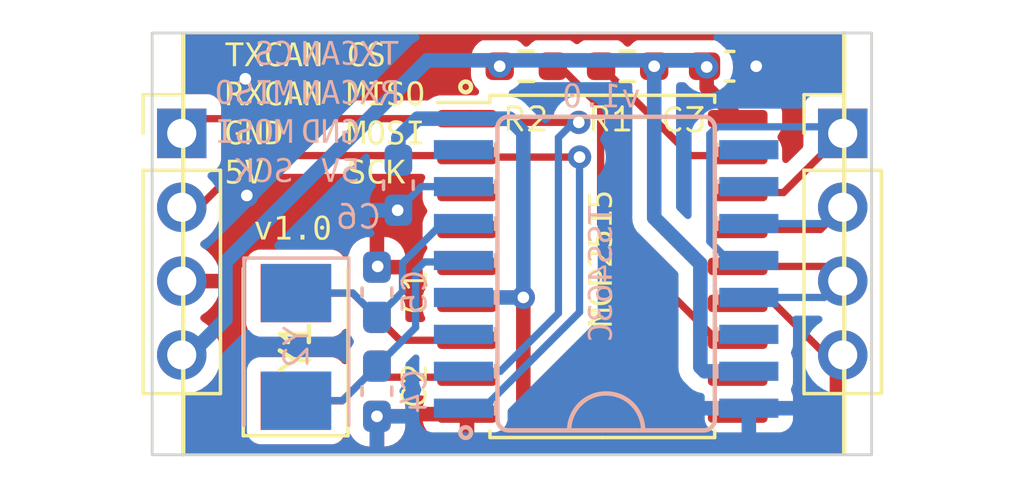
<source format=kicad_pcb>
(kicad_pcb (version 20221018) (generator pcbnew)
  (layers (0 "F.Cu" signal) (31 "B.Cu" signal) (34 "B.Paste" user) (35 "F.Paste" user) (36 "B.SilkS" user "B.Silkscreen") (37 "F.SilkS" user "F.Silkscreen") (38 "B.Mask" user) (39 "F.Mask" user) (44 "Edge.Cuts" user))
  (net 0 "")
  (net 1 "Net-(U1-OSC2)")
  (net 2 "GNDD")
  (net 3 "Net-(U1-OSC1)")
  (net 4 "5V")
  (net 5 "Net-(U1-~{RESET})")
  (net 6 "/IRQ")
  (net 7 "/TXCAN")
  (net 8 "/RXCAN")
  (net 15 "/SCK")
  (net 16 "/MOSI")
  (net 17 "/MISO")
  (net 18 "/CS")
  (net 19 "Net-(U2-XTAL1)")
  (net 20 "Net-(U2-XTAL2)")
  (footprint "Resistor_SMD:R_0603_1608Metric_Pad0.98x0.95mm_HandSolder" (layer "F.Cu") (at 107.7225 52.5018)
    (fp_text reference "R1" (at -0.5842 1.8288) (layer "F.SilkS") (effects (font (size 0.8 0.8) (thickness 0.1))))
    (fp_text value "10K")
    (fp_line (start -0.254724 -0.5225) (end 0.254724 -0.5225) (stroke (width 0.12)) (layer "F.SilkS"))
    (fp_line (start -0.254724 0.5225) (end 0.254724 0.5225) (stroke (width 0.12)) (layer "F.SilkS"))
    (pad "1" smd roundrect (at -0.9125 0) (size 0.975 0.95) (layers "F.Cu" "F.Paste" "F.Mask") (net 5 "Net-(U1-~{RESET})"))
    (pad "2" smd roundrect (at 0.9125 0) (size 0.975 0.95) (layers "F.Cu" "F.Paste" "F.Mask") (net 4 "5V"))
  )
  (footprint "Connector_PinHeader_2.54mm:PinHeader_1x04_P2.54mm_Vertical" (layer "F.Cu") (at 92.4052 54.8105)
    (fp_text reference "J1" hide)
    (fp_text value "Conn_01x04_Pin")
    (fp_line (start -1.33 -1.33) (end 0 -1.33) (stroke (width 0.12)) (layer "F.SilkS"))
    (fp_line (start -1.33 0) (end -1.33 -1.33) (stroke (width 0.12)) (layer "F.SilkS"))
    (fp_line (start -1.33 1.27) (end -1.33 8.95) (stroke (width 0.12)) (layer "F.SilkS"))
    (fp_line (start -1.33 1.27) (end 1.33 1.27) (stroke (width 0.12)) (layer "F.SilkS"))
    (fp_line (start -1.33 8.95) (end 1.33 8.95) (stroke (width 0.12)) (layer "F.SilkS"))
    (fp_line (start 1.33 1.27) (end 1.33 8.95) (stroke (width 0.12)) (layer "F.SilkS"))
    (pad "1" thru_hole rect (at 0 0) (size 1.7 1.7) (drill 1) (layers "*.Cu" "*.Mask") (net 7 "/TXCAN"))
    (pad "2" thru_hole oval (at 0 2.54) (size 1.7 1.7) (drill 1) (layers "*.Cu" "*.Mask") (net 8 "/RXCAN"))
    (pad "3" thru_hole oval (at 0 5.08) (size 1.7 1.7) (drill 1) (layers "*.Cu" "*.Mask") (net 2 "GNDD"))
    (pad "4" thru_hole oval (at 0 7.62) (size 1.7 1.7) (drill 1) (layers "*.Cu" "*.Mask") (net 4 "5V"))
  )
  (footprint "Capacitor_SMD:C_0603_1608Metric_Pad1.08x0.95mm_HandSolder" (layer "F.Cu") (at 111.2277 52.5018 180)
    (fp_text reference "C3" (at 1.5748 -1.8542) (layer "F.SilkS") (effects (font (size 0.8 0.8) (thickness 0.1))))
    (fp_text value "100nF")
    (fp_line (start -0.146267 -0.51) (end 0.146267 -0.51) (stroke (width 0.12)) (layer "F.SilkS"))
    (fp_line (start -0.146267 0.51) (end 0.146267 0.51) (stroke (width 0.12)) (layer "F.SilkS"))
    (pad "1" smd roundrect (at -0.8625 0 180) (size 1.075 0.95) (layers "F.Cu" "F.Paste" "F.Mask") (net 2 "GNDD"))
    (pad "2" smd roundrect (at 0.8625 0 180) (size 1.075 0.95) (layers "F.Cu" "F.Paste" "F.Mask") (net 4 "5V"))
  )
  (footprint "Connector_PinHeader_2.54mm:PinHeader_1x04_P2.54mm_Vertical" (layer "F.Cu") (at 115.1128 54.8105)
    (fp_text reference "J2" hide)
    (fp_text value "Conn_01x04_Pin")
    (fp_line (start -1.33 -1.33) (end 0 -1.33) (stroke (width 0.12)) (layer "F.SilkS"))
    (fp_line (start -1.33 0) (end -1.33 -1.33) (stroke (width 0.12)) (layer "F.SilkS"))
    (fp_line (start -1.33 1.27) (end -1.33 8.95) (stroke (width 0.12)) (layer "F.SilkS"))
    (fp_line (start -1.33 1.27) (end 1.33 1.27) (stroke (width 0.12)) (layer "F.SilkS"))
    (fp_line (start -1.33 8.95) (end 1.33 8.95) (stroke (width 0.12)) (layer "F.SilkS"))
    (fp_line (start 1.33 1.27) (end 1.33 8.95) (stroke (width 0.12)) (layer "F.SilkS"))
    (pad "1" thru_hole rect (at 0 0) (size 1.7 1.7) (drill 1) (layers "*.Cu" "*.Mask") (net 18 "/CS"))
    (pad "2" thru_hole oval (at 0 2.54) (size 1.7 1.7) (drill 1) (layers "*.Cu" "*.Mask") (net 17 "/MISO"))
    (pad "3" thru_hole oval (at 0 5.08) (size 1.7 1.7) (drill 1) (layers "*.Cu" "*.Mask") (net 16 "/MOSI"))
    (pad "4" thru_hole oval (at 0 7.62) (size 1.7 1.7) (drill 1) (layers "*.Cu" "*.Mask") (net 15 "/SCK"))
  )
  (footprint "Capacitor_SMD:C_0603_1608Metric_Pad1.08x0.95mm_HandSolder" (layer "F.Cu") (at 99.1108 60.2742 90)
    (fp_text reference "C1" (at 0 1.2954 90) (layer "F.SilkS") (effects (font (size 0.8 0.8) (thickness 0.1))))
    (fp_text value "22pF")
    (fp_line (start -0.146267 -0.51) (end 0.146267 -0.51) (stroke (width 0.12)) (layer "F.SilkS"))
    (fp_line (start -0.146267 0.51) (end 0.146267 0.51) (stroke (width 0.12)) (layer "F.SilkS"))
    (pad "1" smd roundrect (at -0.8625 0 90) (size 1.075 0.95) (layers "F.Cu" "F.Paste" "F.Mask") (net 1 "Net-(U1-OSC2)"))
    (pad "2" smd roundrect (at 0.8625 0 90) (size 1.075 0.95) (layers "F.Cu" "F.Paste" "F.Mask") (net 2 "GNDD"))
  )
  (footprint "Resistor_SMD:R_0603_1608Metric_Pad0.98x0.95mm_HandSolder" (layer "F.Cu") (at 104.2408 52.5018 180)
    (fp_text reference "R2" (at 0.0235 -1.8288) (layer "F.SilkS") (effects (font (size 0.8 0.8) (thickness 0.1))))
    (fp_text value "10K")
    (fp_line (start -0.254724 -0.5225) (end 0.254724 -0.5225) (stroke (width 0.12)) (layer "F.SilkS"))
    (fp_line (start -0.254724 0.5225) (end 0.254724 0.5225) (stroke (width 0.12)) (layer "F.SilkS"))
    (pad "1" smd roundrect (at -0.9125 0 180) (size 0.975 0.95) (layers "F.Cu" "F.Paste" "F.Mask") (net 6 "/IRQ"))
    (pad "2" smd roundrect (at 0.9125 0 180) (size 0.975 0.95) (layers "F.Cu" "F.Paste" "F.Mask") (net 4 "5V"))
  )
  (footprint "Package_SO:SOIC-18W_7.5x11.6mm_P1.27mm" (layer "F.Cu") (at 106.8551 59.3852)
    (fp_text reference "U1" hide)
    (fp_text value "MCP2515-xSO")
    (fp_line (start -3.86 -5.885) (end -3.86 -5.64) (stroke (width 0.12)) (layer "F.SilkS"))
    (fp_line (start -3.86 -5.64) (end -5.675 -5.64) (stroke (width 0.12)) (layer "F.SilkS"))
    (fp_line (start -3.86 5.885) (end -3.86 5.64) (stroke (width 0.12)) (layer "F.SilkS"))
    (fp_line (start 0 -5.885) (end -3.86 -5.885) (stroke (width 0.12)) (layer "F.SilkS"))
    (fp_line (start 0 -5.885) (end 3.86 -5.885) (stroke (width 0.12)) (layer "F.SilkS"))
    (fp_line (start 0 5.885) (end -3.86 5.885) (stroke (width 0.12)) (layer "F.SilkS"))
    (fp_line (start 0 5.885) (end 3.86 5.885) (stroke (width 0.12)) (layer "F.SilkS"))
    (fp_line (start 3.86 -5.885) (end 3.86 -5.64) (stroke (width 0.12)) (layer "F.SilkS"))
    (fp_line (start 3.86 5.885) (end 3.86 5.64) (stroke (width 0.12)) (layer "F.SilkS"))
    (pad "1" smd roundrect (at -4.65 -5.08) (size 2.05 0.6) (layers "F.Cu" "F.Paste" "F.Mask") (net 7 "/TXCAN"))
    (pad "2" smd roundrect (at -4.65 -3.81) (size 2.05 0.6) (layers "F.Cu" "F.Paste" "F.Mask") (net 8 "/RXCAN"))
    (pad "3" smd roundrect (at -4.65 -2.54) (size 2.05 0.6) (layers "F.Cu" "F.Paste" "F.Mask"))
    (pad "4" smd roundrect (at -4.65 -1.27) (size 2.05 0.6) (layers "F.Cu" "F.Paste" "F.Mask"))
    (pad "5" smd roundrect (at -4.65 0) (size 2.05 0.6) (layers "F.Cu" "F.Paste" "F.Mask"))
    (pad "6" smd roundrect (at -4.65 1.27) (size 2.05 0.6) (layers "F.Cu" "F.Paste" "F.Mask"))
    (pad "7" smd roundrect (at -4.65 2.54) (size 2.05 0.6) (layers "F.Cu" "F.Paste" "F.Mask") (net 1 "Net-(U1-OSC2)"))
    (pad "8" smd roundrect (at -4.65 3.81) (size 2.05 0.6) (layers "F.Cu" "F.Paste" "F.Mask") (net 3 "Net-(U1-OSC1)"))
    (pad "9" smd roundrect (at -4.65 5.08) (size 2.05 0.6) (layers "F.Cu" "F.Paste" "F.Mask") (net 2 "GNDD"))
    (pad "10" smd roundrect (at 4.65 5.08) (size 2.05 0.6) (layers "F.Cu" "F.Paste" "F.Mask"))
    (pad "11" smd roundrect (at 4.65 3.81) (size 2.05 0.6) (layers "F.Cu" "F.Paste" "F.Mask"))
    (pad "12" smd roundrect (at 4.65 2.54) (size 2.05 0.6) (layers "F.Cu" "F.Paste" "F.Mask") (net 6 "/IRQ"))
    (pad "13" smd roundrect (at 4.65 1.27) (size 2.05 0.6) (layers "F.Cu" "F.Paste" "F.Mask") (net 15 "/SCK"))
    (pad "14" smd roundrect (at 4.65 0) (size 2.05 0.6) (layers "F.Cu" "F.Paste" "F.Mask") (net 16 "/MOSI"))
    (pad "15" smd roundrect (at 4.65 -1.27) (size 2.05 0.6) (layers "F.Cu" "F.Paste" "F.Mask") (net 17 "/MISO"))
    (pad "16" smd roundrect (at 4.65 -2.54) (size 2.05 0.6) (layers "F.Cu" "F.Paste" "F.Mask") (net 18 "/CS"))
    (pad "17" smd roundrect (at 4.65 -3.81) (size 2.05 0.6) (layers "F.Cu" "F.Paste" "F.Mask") (net 5 "Net-(U1-~{RESET})"))
    (pad "18" smd roundrect (at 4.65 -5.08) (size 2.05 0.6) (layers "F.Cu" "F.Paste" "F.Mask") (net 4 "5V"))
  )
  (footprint "Crystal:Crystal_SMD_5032-2Pin_5.0x3.2mm" (layer "F.Cu") (at 96.3168 62.158 90)
    (fp_text reference "Y1" (at 0.0254 0 90) (layer "F.SilkS"))
    (fp_text value "8MHz")
    (fp_line (start -3.05 -1.8) (end -3.05 1.8) (stroke (width 0.12)) (layer "F.SilkS"))
    (fp_line (start -3.05 1.8) (end 2.7 1.8) (stroke (width 0.12)) (layer "F.SilkS"))
    (fp_line (start 2.7 -1.8) (end -3.05 -1.8) (stroke (width 0.12)) (layer "F.SilkS"))
    (pad "1" smd rect (at -1.85 0 90) (size 2 2.4) (layers "F.Cu" "F.Paste" "F.Mask") (net 3 "Net-(U1-OSC1)"))
    (pad "2" smd rect (at 1.85 0 90) (size 2 2.4) (layers "F.Cu" "F.Paste" "F.Mask") (net 1 "Net-(U1-OSC2)"))
  )
  (footprint "Capacitor_SMD:C_0603_1608Metric_Pad1.08x0.95mm_HandSolder" (layer "F.Cu") (at 99.1108 63.6767 -90)
    (fp_text reference "C2" (at -0.1778 -1.2954 90) (layer "F.SilkS") (effects (font (size 0.8 0.8) (thickness 0.1))))
    (fp_text value "22pF")
    (fp_line (start -0.146267 -0.51) (end 0.146267 -0.51) (stroke (width 0.12)) (layer "F.SilkS"))
    (fp_line (start -0.146267 0.51) (end 0.146267 0.51) (stroke (width 0.12)) (layer "F.SilkS"))
    (pad "1" smd roundrect (at -0.8625 0 270) (size 1.075 0.95) (layers "F.Cu" "F.Paste" "F.Mask") (net 3 "Net-(U1-OSC1)"))
    (pad "2" smd roundrect (at 0.8625 0 270) (size 1.075 0.95) (layers "F.Cu" "F.Paste" "F.Mask") (net 2 "GNDD"))
  )
  (footprint "Capacitor_SMD:C_0603_1608Metric_Pad1.08x0.95mm_HandSolder" (layer "B.Cu") (at 99.1108 63.6767 -90)
    (fp_text reference "C4" (at 0 -1.2954 90) (layer "B.SilkS") (effects (font (size 0.8 0.8) (thickness 0.1)) (justify mirror)))
    (fp_text value "22pF")
    (fp_line (start -0.146267 -0.51) (end 0.146267 -0.51) (stroke (width 0.12)) (layer "B.SilkS"))
    (fp_line (start -0.146267 0.51) (end 0.146267 0.51) (stroke (width 0.12)) (layer "B.SilkS"))
    (pad "1" smd roundrect (at -0.8625 0 270) (size 1.075 0.95) (layers "B.Cu" "B.Paste" "B.Mask") (net 19 "Net-(U2-XTAL1)"))
    (pad "2" smd roundrect (at 0.8625 0 270) (size 1.075 0.95) (layers "B.Cu" "B.Paste" "B.Mask") (net 2 "GNDD"))
  )
  (footprint "Crystal:Crystal_SMD_5032-2Pin_5.0x3.2mm" (layer "B.Cu") (at 96.3422 62.1496 -90)
    (fp_text reference "Y2" (at 0.0042 0 90) (layer "B.SilkS") (effects (font (size 0.8 0.8) (thickness 0.1)) (justify mirror)))
    (fp_text value "8MHz")
    (fp_line (start -3.05 -1.8) (end 2.7 -1.8) (stroke (width 0.12)) (layer "B.SilkS"))
    (fp_line (start -3.05 1.8) (end -3.05 -1.8) (stroke (width 0.12)) (layer "B.SilkS"))
    (fp_line (start 2.7 1.8) (end -3.05 1.8) (stroke (width 0.12)) (layer "B.SilkS"))
    (pad "1" smd rect (at -1.85 0 270) (size 2 2.4) (layers "B.Cu" "B.Paste" "B.Mask") (net 20 "Net-(U2-XTAL2)"))
    (pad "2" smd rect (at 1.85 0 270) (size 2 2.4) (layers "B.Cu" "B.Paste" "B.Mask") (net 19 "Net-(U2-XTAL1)"))
  )
  (footprint "TSS463C:SO16L" (layer "B.Cu") (at 106.9848 59.182 90)
    (fp_text reference "U2" hide)
    (fp_text value "TSS463C")
    (fp_line (start -5.842 3.3528) (end -5.842 -3.3528) (stroke (width 0.1524)) (layer "B.SilkS"))
    (fp_line (start -5.461 -3.7338) (end 4.610313 -3.7338) (stroke (width 0.1524)) (layer "B.SilkS"))
    (fp_line (start -5.461 3.7338) (end 4.610313 3.7338) (stroke (width 0.1524)) (layer "B.SilkS"))
    (fp_line (start 4.942 -3.3528) (end 4.942 3.3528) (stroke (width 0.1524)) (layer "B.SilkS"))
    (fp_arc (start -5.842 -3.3528) (mid -5.730408 -3.622208) (end -5.461 -3.7338) (stroke (width 0.1524)) (layer "B.SilkS"))
    (fp_arc (start -5.842 -1.27) (mid -4.572 0) (end -5.842 1.27) (stroke (width 0.1524)) (layer "B.SilkS"))
    (fp_arc (start -5.461 3.7338) (mid -5.730408 3.622208) (end -5.842 3.3528) (stroke (width 0.1524)) (layer "B.SilkS"))
    (fp_arc (start 4.561 -3.7338) (mid 4.830408 -3.622208) (end 4.942 -3.3528) (stroke (width 0.1524)) (layer "B.SilkS"))
    (fp_arc (start 4.942 3.3528) (mid 4.830408 3.622208) (end 4.561 3.7338) (stroke (width 0.1524)) (layer "B.SilkS"))
    (fp_poly (pts (xy -5.334 -3.8608) (xy -4.826 -3.8608) (xy -4.826 -3.7338) (xy -5.334 -3.7338)) (fill solid) (layer "B.SilkS"))
    (fp_poly (pts (xy -5.334 3.7338) (xy -4.826 3.7338) (xy -4.826 3.8608) (xy -5.334 3.8608)) (fill solid) (layer "B.SilkS"))
    (fp_poly (pts (xy -4.064 -3.8608) (xy -3.556 -3.8608) (xy -3.556 -3.7338) (xy -4.064 -3.7338)) (fill solid) (layer "B.SilkS"))
    (fp_poly (pts (xy -4.064 3.7338) (xy -3.556 3.7338) (xy -3.556 3.8608) (xy -4.064 3.8608)) (fill solid) (layer "B.SilkS"))
    (fp_poly (pts (xy -2.794 -3.8608) (xy -2.286 -3.8608) (xy -2.286 -3.7338) (xy -2.794 -3.7338)) (fill solid) (layer "B.SilkS"))
    (fp_poly (pts (xy -2.794 3.7338) (xy -2.286 3.7338) (xy -2.286 3.8608) (xy -2.794 3.8608)) (fill solid) (layer "B.SilkS"))
    (fp_poly (pts (xy -1.524 -3.8608) (xy -1.016 -3.8608) (xy -1.016 -3.7338) (xy -1.524 -3.7338)) (fill solid) (layer "B.SilkS"))
    (fp_poly (pts (xy -1.524 3.7338) (xy -1.016 3.7338) (xy -1.016 3.8608) (xy -1.524 3.8608)) (fill solid) (layer "B.SilkS"))
    (fp_poly (pts (xy -0.254 -3.8608) (xy 0.254 -3.8608) (xy 0.254 -3.7338) (xy -0.254 -3.7338)) (fill solid) (layer "B.SilkS"))
    (fp_poly (pts (xy -0.254 3.7338) (xy 0.254 3.7338) (xy 0.254 3.8608) (xy -0.254 3.8608)) (fill solid) (layer "B.SilkS"))
    (fp_poly (pts (xy 1.016 -3.8608) (xy 1.524 -3.8608) (xy 1.524 -3.7338) (xy 1.016 -3.7338)) (fill solid) (layer "B.SilkS"))
    (fp_poly (pts (xy 1.016 3.7338) (xy 1.524 3.7338) (xy 1.524 3.8608) (xy 1.016 3.8608)) (fill solid) (layer "B.SilkS"))
    (fp_poly (pts (xy 2.286 -3.8608) (xy 2.794 -3.8608) (xy 2.794 -3.7338) (xy 2.286 -3.7338)) (fill solid) (layer "B.SilkS"))
    (fp_poly (pts (xy 2.286 3.7338) (xy 2.794 3.7338) (xy 2.794 3.8608) (xy 2.286 3.8608)) (fill solid) (layer "B.SilkS"))
    (fp_poly (pts (xy 3.556 -3.8608) (xy 4.064 -3.8608) (xy 4.064 -3.7338) (xy 3.556 -3.7338)) (fill solid) (layer "B.SilkS"))
    (fp_poly (pts (xy 3.556 3.7338) (xy 4.064 3.7338) (xy 4.064 3.8608) (xy 3.556 3.8608)) (fill solid) (layer "B.SilkS"))
    (pad "1" smd rect (at -5.08 -4.9022 90) (size 0.6604 2.032) (layers "B.Cu" "B.Paste" "B.Mask") (net 8 "/RXCAN"))
    (pad "2" smd rect (at -3.81 -4.9022 90) (size 0.6604 2.032) (layers "B.Cu" "B.Paste" "B.Mask") (net 7 "/TXCAN"))
    (pad "3" smd rect (at -2.54 -4.9022 90) (size 0.6604 2.032) (layers "B.Cu" "B.Paste" "B.Mask"))
    (pad "4" smd rect (at -1.27 -4.9022 90) (size 0.6604 2.032) (layers "B.Cu" "B.Paste" "B.Mask") (net 15 "/SCK"))
    (pad "5" smd rect (at 0 -4.9022 90) (size 0.6604 2.032) (layers "B.Cu" "B.Paste" "B.Mask") (net 19 "Net-(U2-XTAL1)"))
    (pad "6" smd rect (at 1.27 -4.9022 90) (size 0.6604 2.032) (layers "B.Cu" "B.Paste" "B.Mask") (net 20 "Net-(U2-XTAL2)"))
    (pad "7" smd rect (at 2.54 -4.9022 90) (size 0.6604 2.032) (layers "B.Cu" "B.Paste" "B.Mask") (net 2 "GNDD"))
    (pad "8" smd rect (at 3.81 -4.9022 90) (size 0.6604 2.032) (layers "B.Cu" "B.Paste" "B.Mask"))
    (pad "9" smd rect (at 3.81 4.9022 90) (size 0.6604 2.032) (layers "B.Cu" "B.Paste" "B.Mask"))
    (pad "10" smd rect (at 2.54 4.9022 90) (size 0.6604 2.032) (layers "B.Cu" "B.Paste" "B.Mask"))
    (pad "11" smd rect (at 1.27 4.9022 90) (size 0.6604 2.032) (layers "B.Cu" "B.Paste" "B.Mask") (net 17 "/MISO"))
    (pad "12" smd rect (at 0 4.9022 90) (size 0.6604 2.032) (layers "B.Cu" "B.Paste" "B.Mask") (net 18 "/CS"))
    (pad "13" smd rect (at -1.27 4.9022 90) (size 0.6604 2.032) (layers "B.Cu" "B.Paste" "B.Mask") (net 16 "/MOSI"))
    (pad "14" smd rect (at -2.54 4.9022 90) (size 0.6604 2.032) (layers "B.Cu" "B.Paste" "B.Mask"))
    (pad "15" smd rect (at -3.81 4.9022 90) (size 0.6604 2.032) (layers "B.Cu" "B.Paste" "B.Mask") (net 4 "5V"))
    (pad "16" smd rect (at -5.08 4.9022 90) (size 0.6604 2.032) (layers "B.Cu" "B.Paste" "B.Mask") (net 2 "GNDD"))
  )
  (footprint "Capacitor_SMD:C_0603_1608Metric_Pad1.08x0.95mm_HandSolder" (layer "B.Cu") (at 99.1108 60.2731 90)
    (fp_text reference "C5" (at 0 1.2954 90) (layer "B.SilkS") (effects (font (size 0.8 0.8) (thickness 0.1)) (justify mirror)))
    (fp_text value "22pF")
    (fp_line (start -0.146267 -0.51) (end 0.146267 -0.51) (stroke (width 0.12)) (layer "B.SilkS"))
    (fp_line (start -0.146267 0.51) (end 0.146267 0.51) (stroke (width 0.12)) (layer "B.SilkS"))
    (pad "1" smd roundrect (at -0.8625 0 90) (size 1.075 0.95) (layers "B.Cu" "B.Paste" "B.Mask") (net 20 "Net-(U2-XTAL2)"))
    (pad "2" smd roundrect (at 0.8625 0 90) (size 1.075 0.95) (layers "B.Cu" "B.Paste" "B.Mask") (net 2 "GNDD"))
  )
  (footprint "Capacitor_SMD:C_0603_1608Metric_Pad1.08x0.95mm_HandSolder" (layer "B.Cu") (at 99.8474 56.5912 90)
    (fp_text reference "C6" (at -1.0922 -1.3716 180) (layer "B.SilkS") (effects (font (size 0.8 0.8) (thickness 0.1)) (justify mirror)))
    (fp_text value "100nF")
    (fp_line (start -0.146267 -0.51) (end 0.146267 -0.51) (stroke (width 0.12)) (layer "B.SilkS"))
    (fp_line (start -0.146267 0.51) (end 0.146267 0.51) (stroke (width 0.12)) (layer "B.SilkS"))
    (pad "1" smd roundrect (at -0.8625 0 90) (size 1.075 0.95) (layers "B.Cu" "B.Paste" "B.Mask") (net 2 "GNDD"))
    (pad "2" smd roundrect (at 0.8625 0 90) (size 1.075 0.95) (layers "B.Cu" "B.Paste" "B.Mask") (net 15 "/SCK"))
  )
  (gr_circle (center 102.1588 65.1002) (end 101.981 65.151) (stroke (width 0.15)) (fill none) (layer "B.SilkS"))
  (gr_circle (center 102.1588 53.213) (end 102.3366 53.2638) (stroke (width 0.15)) (fill none) (layer "F.SilkS"))
  (gr_line (start 115.1636 51.3588) (end 115.1636 65.8368) (stroke (width 0.15)) (layer "F.SilkS"))
  (gr_line (start 92.456 51.3842) (end 92.456 65.8622) (stroke (width 0.15)) (layer "F.SilkS"))
  (gr_rect (start 91.3892 51.3588) (end 116.1034 65.8622) (stroke (width 0.1)) (fill none) (layer "Edge.Cuts"))
  (gr_text "TSS463C" (at 107.315 57.277 90) (layer "B.SilkS") (effects (font (size 0.8 0.8)) (justify left bottom mirror)))
  (gr_text "v1.0" (at 108.1786 54.0512) (layer "B.SilkS") (effects (font (size 0.8 0.8)) (justify left bottom mirror)))
  (gr_text "TXCAN\nRXCAN\n  GND\n  5V" (at 99.8728 56.6166) (layer "B.SilkS") (effects (font (size 0.8 0.8) (thickness 0.1)) (justify left bottom mirror)))
  (gr_text "CS\nMISO\nMOSI\nSCK" (at 96.2406 56.6166) (layer "B.SilkS") (effects (font (size 0.8 0.8) (thickness 0.1)) (justify left bottom mirror)))
  (gr_text "MCP2515" (at 107.315 61.468 90) (layer "F.SilkS") (effects (font (size 0.8 0.8)) (justify left bottom)))
  (gr_text "v1.0" (at 94.869 58.5978) (layer "F.SilkS") (effects (font (size 0.8 0.8)) (justify left bottom)))
  (gr_text "TXCAN\nRXCAN\nGND\n5V" (at 93.8784 56.6674) (layer "F.SilkS") (effects (font (size 0.8 0.8) (thickness 0.1)) (justify left bottom)))
  (gr_text "CS\nMISO\nMOSI\nSCK" (at 98.0694 56.6674) (layer "F.SilkS") (effects (font (size 0.8 0.8) (thickness 0.1)) (justify left bottom)))
  (segment (start 99.8993 61.9252) (end 99.1108 61.1367) (width 0.25) (layer "F.Cu") (net 1))
  (segment (start 98.2821 60.308) (end 99.1108 61.1367) (width 0.25) (layer "F.Cu") (net 1))
  (segment (start 102.2051 61.9252) (end 99.8993 61.9252) (width 0.25) (layer "F.Cu") (net 1))
  (segment (start 96.3168 60.308) (end 98.2821 60.308) (width 0.25) (layer "F.Cu") (net 1))
  (segment (start 111.1992 51.4838) (end 96.0394 51.4838) (width 0.25) (layer "F.Cu") (net 2))
  (segment (start 96.0394 51.4838) (end 94.5896 52.9336) (width 0.25) (layer "F.Cu") (net 2))
  (segment (start 112.141 52.4256) (end 111.1992 51.4838) (width 0.25) (layer "F.Cu") (net 2))
  (via (at 112.141 52.5018) (size 0.8) (drill 0.4) (layers "F.Cu" "B.Cu") (net 2))
  (via (at 94.5896 52.9336) (size 0.8) (drill 0.4) (layers "F.Cu" "B.Cu") (net 2))
  (via (at 99.822 57.4548) (size 0.8) (drill 0.4) (layers "F.Cu" "B.Cu") (net 2))
  (via (at 99.1362 59.3852) (size 0.8) (drill 0.4) (layers "F.Cu" "B.Cu") (net 2))
  (via (at 99.1108 64.5414) (size 0.8) (drill 0.4) (layers "F.Cu" "B.Cu") (net 2))
  (via (at 94.6404 56.9468) (size 0.8) (drill 0.4) (layers "F.Cu" "B.Cu") (net 2))
  (segment (start 100.6348 56.642) (end 102.0826 56.642) (width 0.25) (layer "B.Cu") (net 2))
  (segment (start 99.822 57.4548) (end 100.6348 56.642) (width 0.25) (layer "B.Cu") (net 2))
  (segment (start 111.8616 64.3128) (end 112.5474 64.3128) (width 0.25) (layer "B.Cu") (net 2))
  (segment (start 102.2051 63.1952) (end 99.4918 63.1952) (width 0.25) (layer "F.Cu") (net 3))
  (segment (start 102.2144 63.1201) (end 102.3173 63.0172) (width 0.25) (layer "F.Cu") (net 3))
  (segment (start 102.2155 63.119) (end 102.3173 63.0172) (width 0.25) (layer "F.Cu") (net 3))
  (segment (start 96.3168 64.008) (end 97.917 64.008) (width 0.25) (layer "F.Cu") (net 3))
  (segment (start 97.917 64.008) (end 99.1108 62.8142) (width 0.25) (layer "F.Cu") (net 3))
  (segment (start 99.4918 63.1952) (end 99.1108 62.8142) (width 0.25) (layer "F.Cu") (net 3))
  (segment (start 110.4392 53.2393) (end 110.4392 52.5272) (width 0.5) (layer "F.Cu") (net 4))
  (segment (start 108.6104 52.2986) (end 108.6593 52.2986) (width 0.5) (layer "F.Cu") (net 4))
  (segment (start 110.3895 52.2986) (end 108.6104 52.2986) (width 0.5) (layer "F.Cu") (net 4))
  (segment (start 111.5051 54.3052) (end 110.4392 53.2393) (width 0.5) (layer "F.Cu") (net 4))
  (via (at 110.4392 52.5272) (size 0.8) (drill 0.4) (layers "F.Cu" "B.Cu") (net 4))
  (via (at 108.6358 52.5018) (size 0.8) (drill 0.4) (layers "F.Cu" "B.Cu") (net 4))
  (via (at 103.3272 52.5018) (size 0.8) (drill 0.4) (layers "F.Cu" "B.Cu") (net 4))
  (segment (start 110.4138 52.2986) (end 110.4392 52.324) (width 0.5) (layer "B.Cu") (net 4))
  (segment (start 92.6806 62.4305) (end 93.9052 61.2059) (width 0.5) (layer "B.Cu") (net 4))
  (segment (start 111.887 62.992) (end 110.371 62.992) (width 0.5) (layer "B.Cu") (net 4))
  (segment (start 99.6928 53.449) (end 99.6928 53.4438) (width 0.5) (layer "B.Cu") (net 4))
  (segment (start 108.6358 57.712616) (end 108.6358 52.2986) (width 0.5) (layer "B.Cu") (net 4))
  (segment (start 110.221 62.842) (end 110.221 59.297816) (width 0.5) (layer "B.Cu") (net 4))
  (segment (start 100.838 52.2986) (end 103.3272 52.2986) (width 0.5) (layer "B.Cu") (net 4))
  (segment (start 93.9052 61.2059) (end 93.9052 59.2366) (width 0.5) (layer "B.Cu") (net 4))
  (segment (start 110.371 62.992) (end 110.221 62.842) (width 0.5) (layer "B.Cu") (net 4))
  (segment (start 103.3272 52.2986) (end 108.6358 52.2986) (width 0.5) (layer "B.Cu") (net 4))
  (segment (start 99.6928 53.4438) (end 100.838 52.2986) (width 0.5) (layer "B.Cu") (net 4))
  (segment (start 108.6358 52.2986) (end 110.4138 52.2986) (width 0.5) (layer "B.Cu") (net 4))
  (segment (start 93.9052 59.2366) (end 99.6928 53.449) (width 0.5) (layer "B.Cu") (net 4))
  (segment (start 110.221 59.297816) (end 108.6358 57.712616) (width 0.5) (layer "B.Cu") (net 4))
  (segment (start 109.8834 55.5752) (end 106.81 52.5018) (width 0.25) (layer "F.Cu") (net 5))
  (segment (start 111.5051 55.5752) (end 109.8834 55.5752) (width 0.25) (layer "F.Cu") (net 5))
  (segment (start 111.5051 61.9252) (end 110.795506 61.9252) (width 0.25) (layer "F.Cu") (net 6))
  (segment (start 105.3846 52.5018) (end 105.1533 52.5018) (width 0.25) (layer "F.Cu") (net 6))
  (segment (start 106.7954 53.9126) (end 105.3846 52.5018) (width 0.25) (layer "F.Cu") (net 6))
  (segment (start 111.5332 61.722) (end 110.823606 61.722) (width 0.25) (layer "F.Cu") (net 6))
  (segment (start 106.7954 57.925094) (end 106.7954 53.9126) (width 0.25) (layer "F.Cu") (net 6))
  (segment (start 110.795506 61.9252) (end 106.7954 57.925094) (width 0.25) (layer "F.Cu") (net 6))
  (segment (start 110.6578 61.7472) (end 111.6173 61.7472) (width 0.25) (layer "F.Cu") (net 6))
  (segment (start 92.5556 54.6601) (end 92.5556 54.8105) (width 0.25) (layer "F.Cu") (net 7))
  (segment (start 92.9105 54.3052) (end 92.5556 54.6601) (width 0.25) (layer "F.Cu") (net 7))
  (segment (start 106.045 54.4322) (end 102.3321 54.4322) (width 0.25) (layer "F.Cu") (net 7))
  (segment (start 102.2051 54.3052) (end 92.9105 54.3052) (width 0.25) (layer "F.Cu") (net 7))
  (segment (start 102.3321 54.4322) (end 102.2051 54.3052) (width 0.25) (layer "F.Cu") (net 7))
  (segment (start 102.4445 54.2544) (end 102.3173 54.1272) (width 0.25) (layer "F.Cu") (net 7))
  (segment (start 92.5556 55.247) (end 92.5556 55.3974) (width 0.25) (layer "F.Cu") (net 7))
  (segment (start 102.4583 54.2682) (end 102.3173 54.1272) (width 0.25) (layer "F.Cu") (net 7))
  (via (at 106.045 54.4322) (size 0.8) (drill 0.4) (layers "F.Cu" "B.Cu") (net 7))
  (segment (start 103.3486 62.992) (end 105.3454 60.9952) (width 0.25) (layer "B.Cu") (net 7))
  (segment (start 102.0826 62.992) (end 103.3486 62.992) (width 0.25) (layer "B.Cu") (net 7))
  (segment (start 105.3454 60.9952) (end 105.3454 54.954) (width 0.25) (layer "B.Cu") (net 7))
  (segment (start 105.3454 54.954) (end 105.8672 54.4322) (width 0.25) (layer "B.Cu") (net 7))
  (segment (start 105.8672 54.4322) (end 106.045 54.4322) (width 0.25) (layer "B.Cu") (net 7))
  (segment (start 102.2559 55.626) (end 102.2051 55.5752) (width 0.25) (layer "F.Cu") (net 8))
  (segment (start 92.5556 57.787) (end 92.5556 57.9374) (width 0.25) (layer "F.Cu") (net 8))
  (segment (start 102.2051 55.5752) (end 94.7674 55.5752) (width 0.25) (layer "F.Cu") (net 8))
  (segment (start 102.3683 55.4482) (end 102.3173 55.3972) (width 0.25) (layer "F.Cu") (net 8))
  (segment (start 94.615 55.7276) (end 92.5556 57.787) (width 0.25) (layer "F.Cu") (net 8))
  (segment (start 94.7674 55.5752) (end 94.615 55.7276) (width 0.25) (layer "F.Cu") (net 8))
  (segment (start 106.0704 55.626) (end 102.2559 55.626) (width 0.25) (layer "F.Cu") (net 8))
  (via (at 106.0704 55.626) (size 0.8) (drill 0.4) (layers "F.Cu" "B.Cu") (net 8))
  (segment (start 106.0704 55.626) (end 106.0704 60.96) (width 0.25) (layer "B.Cu") (net 8))
  (segment (start 102.7684 64.262) (end 106.0704 60.96) (width 0.25) (layer "B.Cu") (net 8))
  (segment (start 102.0826 64.262) (end 102.7684 64.262) (width 0.25) (layer "B.Cu") (net 8))
  (segment (start 114.9136 64.0294) (end 114.9136 62.4305) (width 0.5) (layer "F.Cu") (net 15))
  (segment (start 111.6173 60.4772) (end 112.5726 60.4772) (width 0.25) (layer "F.Cu") (net 15))
  (segment (start 115.0386 62.9432) (end 115.0386 63.0174) (width 0.25) (layer "F.Cu") (net 15))
  (segment (start 104.14 64.516) (end 105.1814 65.5574) (width 0.5) (layer "F.Cu") (net 15))
  (segment (start 105.1814 65.5574) (end 113.3856 65.5574) (width 0.5) (layer "F.Cu") (net 15))
  (segment (start 112.5726 60.4772) (end 115.0386 62.9432) (width 0.25) (layer "F.Cu") (net 15))
  (segment (start 113.3856 65.5574) (end 114.9136 64.0294) (width 0.5) (layer "F.Cu") (net 15))
  (segment (start 104.14 60.452) (end 104.14 64.516) (width 0.5) (layer "F.Cu") (net 15))
  (via (at 104.14 60.452) (size 0.8) (drill 0.4) (layers "F.Cu" "B.Cu") (net 15))
  (segment (start 100.5032 54.3052) (end 103.662 54.3052) (width 0.5) (layer "B.Cu") (net 15))
  (segment (start 99.8474 54.961) (end 100.5032 54.3052) (width 0.5) (layer "B.Cu") (net 15))
  (segment (start 102.0826 60.452) (end 104.14 60.452) (width 0.5) (layer "B.Cu") (net 15))
  (segment (start 99.8474 55.7287) (end 99.8474 54.961) (width 0.5) (layer "B.Cu") (net 15))
  (segment (start 104.14 60.452) (end 104.14 54.7832) (width 0.5) (layer "B.Cu") (net 15))
  (segment (start 104.14 54.7832) (end 103.662 54.3052) (width 0.5) (layer "B.Cu") (net 15))
  (segment (start 114.6075 59.3852) (end 115.0386 59.8163) (width 0.25) (layer "F.Cu") (net 16))
  (segment (start 111.5051 59.3852) (end 114.6075 59.3852) (width 0.25) (layer "F.Cu") (net 16))
  (segment (start 115.0386 59.8163) (end 115.0386 59.8905) (width 0.25) (layer "F.Cu") (net 16))
  (segment (start 115.0386 60.4032) (end 115.0386 60.4774) (width 0.25) (layer "F.Cu") (net 16))
  (segment (start 114.4771 60.452) (end 115.0386 59.8905) (width 0.25) (layer "B.Cu") (net 16))
  (segment (start 111.887 60.452) (end 114.4771 60.452) (width 0.25) (layer "B.Cu") (net 16))
  (segment (start 114.3481 58.1152) (end 115.0386 57.4247) (width 0.25) (layer "F.Cu") (net 17))
  (segment (start 115.0386 57.4247) (end 115.0386 57.3505) (width 0.25) (layer "F.Cu") (net 17))
  (segment (start 111.5051 58.1152) (end 114.3481 58.1152) (width 0.25) (layer "F.Cu") (net 17))
  (segment (start 111.887 57.912) (end 114.4771 57.912) (width 0.25) (layer "B.Cu") (net 17))
  (segment (start 114.4771 57.912) (end 115.0386 57.3505) (width 0.25) (layer "B.Cu") (net 17))
  (segment (start 111.8616 57.9628) (end 111.1758 57.9628) (width 0.25) (layer "B.Cu") (net 17))
  (segment (start 115.0386 54.8847) (end 115.0386 54.8105) (width 0.25) (layer "F.Cu") (net 18))
  (segment (start 115.0386 55.4716) (end 115.0386 55.3974) (width 0.25) (layer "F.Cu") (net 18))
  (segment (start 113.0781 56.8452) (end 115.0386 54.8847) (width 0.25) (layer "F.Cu") (net 18))
  (segment (start 111.5051 56.8452) (end 113.0781 56.8452) (width 0.25) (layer "F.Cu") (net 18))
  (segment (start 111.8616 59.2328) (end 111.1758 59.2328) (width 0.25) (layer "B.Cu") (net 18))
  (segment (start 110.546 54.8334) (end 110.7948 54.5846) (width 0.25) (layer "B.Cu") (net 18))
  (segment (start 110.7948 54.5846) (end 114.8127 54.5846) (width 0.25) (layer "B.Cu") (net 18))
  (segment (start 114.8127 54.5846) (end 115.0386 54.8105) (width 0.25) (layer "B.Cu") (net 18))
  (segment (start 110.546 58.5268) (end 110.546 54.8334) (width 0.25) (layer "B.Cu") (net 18))
  (segment (start 111.2012 59.182) (end 110.546 58.5268) (width 0.25) (layer "B.Cu") (net 18))
  (segment (start 111.887 59.182) (end 111.2012 59.182) (width 0.25) (layer "B.Cu") (net 18))
  (segment (start 100.737796 59.2328) (end 100.4382 59.532396) (width 0.25) (layer "B.Cu") (net 19))
  (segment (start 96.3422 63.9996) (end 97.9254 63.9996) (width 0.25) (layer "B.Cu") (net 19))
  (segment (start 97.9254 63.9996) (end 99.1108 62.8142) (width 0.25) (layer "B.Cu") (net 19))
  (segment (start 100.4382 61.4868) (end 99.1108 62.8142) (width 0.25) (layer "B.Cu") (net 19))
  (segment (start 102.0572 59.2328) (end 100.737796 59.2328) (width 0.25) (layer "B.Cu") (net 19))
  (segment (start 100.4382 59.532396) (end 100.4382 61.4868) (width 0.25) (layer "B.Cu") (net 19))
  (segment (start 98.2748 60.2996) (end 99.1108 61.1356) (width 0.25) (layer "B.Cu") (net 20))
  (segment (start 99.9882 60.2582) (end 99.9882 59.2698) (width 0.25) (layer "B.Cu") (net 20))
  (segment (start 99.9882 59.2698) (end 101.2952 57.9628) (width 0.25) (layer "B.Cu") (net 20))
  (segment (start 101.2952 57.9628) (end 102.0572 57.9628) (width 0.25) (layer "B.Cu") (net 20))
  (segment (start 99.1108 61.1356) (end 99.9882 60.2582) (width 0.25) (layer "B.Cu") (net 20))
  (segment (start 96.3422 60.2996) (end 98.2748 60.2996) (width 0.25) (layer "B.Cu") (net 20))
  (zone (net 2) (net_name "GNDD") (layer "F.Cu") (connect_pads (clearance 0.5)) (min_thickness 0.25) (fill yes (thermal_gap 0.5) (thermal_bridge_width 0.5))
    (polygon (pts (xy 92.4306 51.3588) (xy 115.1382 51.3588) (xy 115.1382 65.8622) (xy 92.4306 65.8368)))
  )
  (zone (net 2) (net_name "GNDD") (layer "B.Cu") (priority 1) (connect_pads (clearance 0.5)) (min_thickness 0.25) (fill yes (thermal_gap 0.5) (thermal_bridge_width 0.5))
    (polygon (pts (xy 92.4306 51.3842) (xy 115.1382 51.3842) (xy 115.1382 65.8622) (xy 92.4306 65.8368)))
  )
)
</source>
